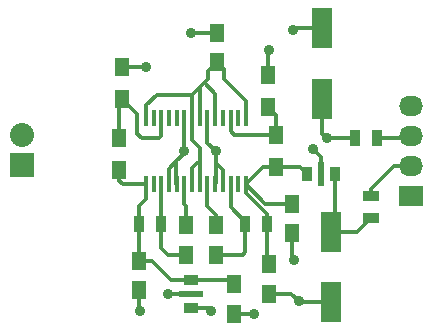
<source format=gtl>
%FSLAX46Y46*%
G04 Gerber Fmt 4.6, Leading zero omitted, Abs format (unit mm)*
G04 Created by KiCad (PCBNEW (2014-10-27 BZR 5228)-product) date 17/01/2015 07:27:26*
%MOMM*%
G01*
G04 APERTURE LIST*
%ADD10C,0.100000*%
%ADD11R,2.032000X2.032000*%
%ADD12O,2.032000X2.032000*%
%ADD13R,2.032000X1.727200*%
%ADD14O,2.032000X1.727200*%
%ADD15R,1.800860X3.500120*%
%ADD16R,0.889000X1.397000*%
%ADD17R,1.250000X1.500000*%
%ADD18R,1.300000X1.500000*%
%ADD19R,1.249680X0.899160*%
%ADD20R,1.998980X0.500380*%
%ADD21R,0.899160X1.249680*%
%ADD22R,0.500380X1.998980*%
%ADD23R,1.397000X0.889000*%
%ADD24R,0.419100X1.470660*%
%ADD25C,0.889000*%
%ADD26C,0.350000*%
G04 APERTURE END LIST*
D10*
D11*
X127100000Y-116070000D03*
D12*
X127100000Y-113530000D03*
D13*
X160000000Y-118710000D03*
D14*
X160000000Y-116170000D03*
X160000000Y-113630000D03*
X160000000Y-111090000D03*
D15*
X152500000Y-104500260D03*
X152500000Y-110499740D03*
D16*
X157152500Y-113800000D03*
X155247500Y-113800000D03*
X136947500Y-121100000D03*
X138852500Y-121100000D03*
X145947500Y-121100000D03*
X147852500Y-121100000D03*
D17*
X145000000Y-126150000D03*
X145000000Y-128650000D03*
X141000000Y-121150000D03*
X141000000Y-123650000D03*
X143600000Y-107350000D03*
X143600000Y-104850000D03*
X143500000Y-123650000D03*
X143500000Y-121150000D03*
X149900000Y-119350000D03*
X149900000Y-121850000D03*
D18*
X135300000Y-113750000D03*
X135300000Y-116450000D03*
X135500000Y-107750000D03*
X135500000Y-110450000D03*
X147900000Y-108450000D03*
X147900000Y-111150000D03*
D19*
X141400000Y-128198880D03*
X141400000Y-125801120D03*
D20*
X141400000Y-127000000D03*
D17*
X137000000Y-124150000D03*
X137000000Y-126650000D03*
X148000000Y-124450000D03*
X148000000Y-126950000D03*
D21*
X151201120Y-116800000D03*
X153598880Y-116800000D03*
D22*
X152400000Y-116800000D03*
D15*
X153200000Y-127699740D03*
X153200000Y-121700260D03*
D23*
X156600000Y-120552500D03*
X156600000Y-118647500D03*
D18*
X148600000Y-116250000D03*
X148600000Y-113550000D03*
D24*
X142125120Y-112100920D03*
X141474880Y-112100920D03*
X140824640Y-112100920D03*
X140174400Y-112100920D03*
X144065680Y-117694000D03*
X144075840Y-112100920D03*
X143425600Y-112100920D03*
X142775360Y-112100920D03*
X139524160Y-117699080D03*
X140174400Y-117699080D03*
X140824640Y-117699080D03*
X141474880Y-117699080D03*
X142125120Y-117699080D03*
X142775360Y-117699080D03*
X139524160Y-112100920D03*
X143425600Y-117694000D03*
X144726080Y-112100920D03*
X138873920Y-112100920D03*
X138873920Y-117699080D03*
X144726080Y-117699080D03*
X145373780Y-112100920D03*
X138226220Y-112100920D03*
X138226220Y-117699080D03*
X145373780Y-117699080D03*
X146024020Y-112100920D03*
X137575980Y-112100920D03*
X137575980Y-117699080D03*
X146024020Y-117699080D03*
D25*
X143100000Y-128400000D03*
X152900000Y-113800000D03*
X137600000Y-107800000D03*
X141400000Y-104900000D03*
X148000000Y-106300000D03*
X150000000Y-104600000D03*
X151700000Y-114700000D03*
X150500000Y-127600000D03*
X146700000Y-128700000D03*
X137100000Y-128400000D03*
X139400000Y-127000000D03*
X150100000Y-124100000D03*
X140800000Y-114900000D03*
X143500000Y-114900000D03*
D26*
X142898880Y-128198880D02*
X143100000Y-128400000D01*
X152900000Y-113800000D02*
X152500000Y-113400000D01*
X152500000Y-113400000D02*
X152500000Y-110499740D01*
X141400000Y-128198880D02*
X142898880Y-128198880D01*
X152900000Y-113800000D02*
X155247500Y-113800000D01*
X137550000Y-107750000D02*
X137600000Y-107800000D01*
X135500000Y-107750000D02*
X137550000Y-107750000D01*
X141450000Y-104850000D02*
X141400000Y-104900000D01*
X143600000Y-104850000D02*
X141450000Y-104850000D01*
X147900000Y-106400000D02*
X148000000Y-106300000D01*
X147900000Y-108450000D02*
X147900000Y-106400000D01*
X150099740Y-104500260D02*
X150000000Y-104600000D01*
X152500000Y-104500260D02*
X150099740Y-104500260D01*
X152400000Y-115400000D02*
X151700000Y-114700000D01*
X152400000Y-116800000D02*
X152400000Y-115400000D01*
X149850000Y-126950000D02*
X150500000Y-127600000D01*
X150599740Y-127699740D02*
X153200000Y-127699740D01*
X150599740Y-127699740D02*
X150500000Y-127600000D01*
X148000000Y-126950000D02*
X149850000Y-126950000D01*
X146650000Y-128650000D02*
X146700000Y-128700000D01*
X145000000Y-128650000D02*
X146650000Y-128650000D01*
X137000000Y-128300000D02*
X137100000Y-128400000D01*
X137000000Y-126650000D02*
X137000000Y-128300000D01*
X141400000Y-127000000D02*
X139400000Y-127000000D01*
X149900000Y-123900000D02*
X150100000Y-124100000D01*
X149900000Y-121850000D02*
X149900000Y-123900000D01*
X145750000Y-123650000D02*
X145947500Y-123452500D01*
X145947500Y-123452500D02*
X145947500Y-121100000D01*
X143500000Y-123650000D02*
X145750000Y-123650000D01*
X144726080Y-119626080D02*
X144726080Y-117699080D01*
X145947500Y-120847500D02*
X144726080Y-119626080D01*
X145947500Y-121100000D02*
X145947500Y-120847500D01*
X135300000Y-110650000D02*
X135500000Y-110450000D01*
X135300000Y-113750000D02*
X135300000Y-110650000D01*
X138873920Y-113573920D02*
X138647840Y-113800000D01*
X138647840Y-113800000D02*
X137200000Y-113800000D01*
X137200000Y-113800000D02*
X136800000Y-113400000D01*
X136800000Y-113400000D02*
X136800000Y-111750000D01*
X136800000Y-111750000D02*
X135500000Y-110450000D01*
X138873920Y-112100920D02*
X138873920Y-113573920D01*
X142200000Y-109400000D02*
X141474880Y-110125120D01*
X142550000Y-109050000D02*
X142200000Y-109400000D01*
X141474880Y-110125120D02*
X141474880Y-112100920D01*
X142125120Y-109474880D02*
X142200000Y-109400000D01*
X142125120Y-112100920D02*
X142125120Y-109474880D01*
X142550000Y-109150000D02*
X143425600Y-110025600D01*
X143425600Y-110025600D02*
X143425600Y-112100920D01*
X142550000Y-109050000D02*
X142550000Y-109150000D01*
X141474880Y-113974880D02*
X142125120Y-114625120D01*
X142125120Y-115900000D02*
X142125120Y-117699080D01*
X142125120Y-114625120D02*
X142125120Y-115900000D01*
X141474880Y-113900000D02*
X141474880Y-113974880D01*
X141474880Y-112100920D02*
X141474880Y-113900000D01*
X141900000Y-115900000D02*
X141474880Y-116325120D01*
X141474880Y-116325120D02*
X141474880Y-117699080D01*
X142125120Y-115900000D02*
X141900000Y-115900000D01*
X142850000Y-108100000D02*
X143600000Y-107350000D01*
X142550000Y-109050000D02*
X142850000Y-108750000D01*
X142850000Y-108750000D02*
X142850000Y-108100000D01*
X144150000Y-107900000D02*
X143600000Y-107350000D01*
X146024020Y-110624020D02*
X146024020Y-112100920D01*
X144150000Y-108750000D02*
X146024020Y-110624020D01*
X144150000Y-107900000D02*
X144150000Y-108750000D01*
X137575980Y-111024020D02*
X138474880Y-110125120D01*
X138474880Y-110125120D02*
X141474880Y-110125120D01*
X137575980Y-112100920D02*
X137575980Y-111024020D01*
X143500000Y-120300000D02*
X142775360Y-119575360D01*
X142775360Y-119575360D02*
X142775360Y-117699080D01*
X143500000Y-121150000D02*
X143500000Y-120300000D01*
X146024020Y-118424020D02*
X146024020Y-117699080D01*
X147852500Y-120252500D02*
X146024020Y-118424020D01*
X147852500Y-121100000D02*
X147852500Y-120252500D01*
X147674940Y-119350000D02*
X146024020Y-117699080D01*
X149900000Y-119350000D02*
X147674940Y-119350000D01*
X147473100Y-116250000D02*
X146024020Y-117699080D01*
X148600000Y-116250000D02*
X147473100Y-116250000D01*
X147852500Y-124302500D02*
X148000000Y-124450000D01*
X147852500Y-121100000D02*
X147852500Y-124302500D01*
X150651120Y-116250000D02*
X151201120Y-116800000D01*
X148600000Y-116250000D02*
X150651120Y-116250000D01*
X137575980Y-118924020D02*
X136947500Y-119552500D01*
X136947500Y-119552500D02*
X136947500Y-121100000D01*
X137575980Y-117699080D02*
X137575980Y-118924020D01*
X136947500Y-124097500D02*
X137000000Y-124150000D01*
X136947500Y-121100000D02*
X136947500Y-124097500D01*
X138050000Y-124150000D02*
X139701120Y-125801120D01*
X139701120Y-125801120D02*
X141400000Y-125801120D01*
X137000000Y-124150000D02*
X138050000Y-124150000D01*
X144651120Y-125801120D02*
X145000000Y-126150000D01*
X141400000Y-125801120D02*
X144651120Y-125801120D01*
X135300000Y-117400000D02*
X135599080Y-117699080D01*
X135599080Y-117699080D02*
X137575980Y-117699080D01*
X135300000Y-116450000D02*
X135300000Y-117400000D01*
X140824640Y-119324640D02*
X141000000Y-119500000D01*
X141000000Y-119500000D02*
X141000000Y-121150000D01*
X140824640Y-117699080D02*
X140824640Y-119324640D01*
X138852500Y-119547500D02*
X138873920Y-119526080D01*
X138873920Y-119526080D02*
X138873920Y-117699080D01*
X138852500Y-121100000D02*
X138852500Y-119547500D01*
X139450000Y-123650000D02*
X138852500Y-123052500D01*
X138852500Y-123052500D02*
X138852500Y-121100000D01*
X141000000Y-123650000D02*
X139450000Y-123650000D01*
X155452240Y-121700260D02*
X156600000Y-120552500D01*
X153200000Y-121700260D02*
X155452240Y-121700260D01*
X153598880Y-121301380D02*
X153200000Y-121700260D01*
X153598880Y-116800000D02*
X153598880Y-121301380D01*
X159830000Y-113800000D02*
X160000000Y-113630000D01*
X157152500Y-113800000D02*
X159830000Y-113800000D01*
X156600000Y-118100000D02*
X158530000Y-116170000D01*
X158530000Y-116170000D02*
X160000000Y-116170000D01*
X156600000Y-118647500D02*
X156600000Y-118100000D01*
X140150000Y-115750000D02*
X139524160Y-116375840D01*
X140800000Y-115100000D02*
X140150000Y-115750000D01*
X139524160Y-116375840D02*
X139524160Y-117699080D01*
X140800000Y-114900000D02*
X140800000Y-115100000D01*
X140150000Y-117674680D02*
X140174400Y-117699080D01*
X140150000Y-115750000D02*
X140150000Y-117674680D01*
X140824640Y-114875360D02*
X140800000Y-114900000D01*
X140824640Y-112100920D02*
X140824640Y-114875360D01*
X142775360Y-114175360D02*
X143500000Y-114900000D01*
X142775360Y-112100920D02*
X142775360Y-114175360D01*
X143500000Y-117619600D02*
X143425600Y-117694000D01*
X143500000Y-114900000D02*
X143500000Y-117619600D01*
X144065680Y-116465680D02*
X143500000Y-115900000D01*
X143500000Y-115900000D02*
X143500000Y-114900000D01*
X144065680Y-117694000D02*
X144065680Y-116465680D01*
X145050000Y-113550000D02*
X144726080Y-113226080D01*
X144726080Y-113226080D02*
X144726080Y-112100920D01*
X148600000Y-113550000D02*
X145050000Y-113550000D01*
X148600000Y-111850000D02*
X147900000Y-111150000D01*
X148600000Y-113550000D02*
X148600000Y-111850000D01*
M02*

</source>
